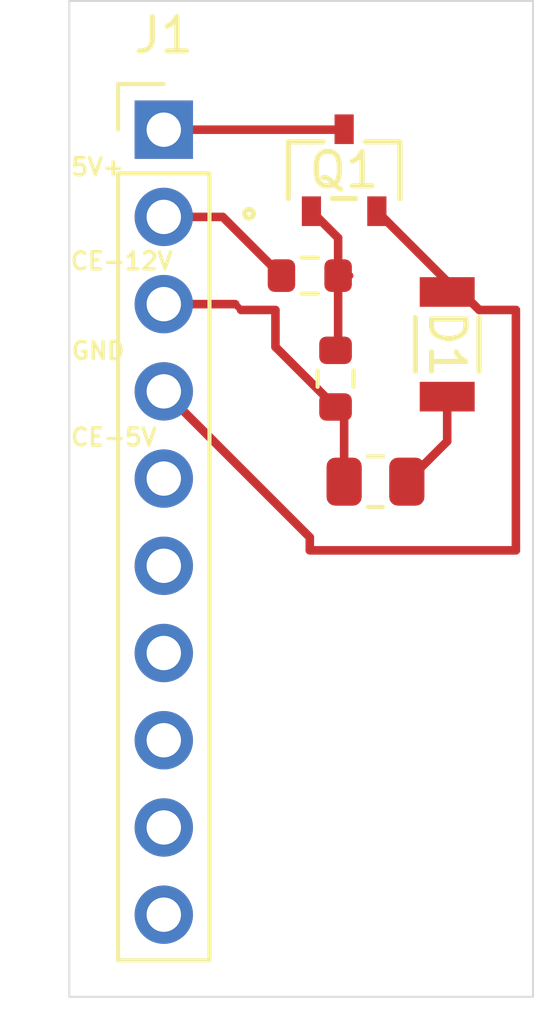
<source format=kicad_pcb>
(kicad_pcb (version 20240108) (generator "pcbnew") (generator_version "8.0")
  (layers (0 "F.Cu" signal) (31 "B.Cu" signal) (34 "B.Paste" user) (35 "F.Paste" user) (36 "B.SilkS" user "B.Silkscreen") (37 "F.SilkS" user "F.Silkscreen") (38 "B.Mask" user) (39 "F.Mask" user) (44 "Edge.Cuts" user))
  (net 0 "")
  (net 7 "5v+")
  (net 8 "VCU-Throttle-Latching")
  (net 9 "VCUChargeEnable12V")
  (net 10 "VCUChargeEnable5V")
  (net 11 "From-Safety-Loop-2")
  (net 12 "uuhh")
  (net 13 "GND")
  (net 14 "From-Safety-Loop")
  (footprint "Connector_PinHeader_2.54mm:PinHeader_1x10_P2.54mm_Vertical" (layer "F.Cu") (at 26.75 21.75)
    (property "Reference" "J1" (at 0 -2.75 0) (layer "F.SilkS"))
    (property "Value" "PH1-10-UA")
    (fp_line (start -1.33 -1.33) (end 0 -1.33) (stroke (width 0.12)) (layer "F.SilkS"))
    (fp_line (start -1.33 0) (end -1.33 -1.33) (stroke (width 0.12)) (layer "F.SilkS"))
    (fp_line (start -1.33 1.27) (end -1.33 24.19) (stroke (width 0.12)) (layer "F.SilkS"))
    (fp_line (start -1.33 1.27) (end 1.33 1.27) (stroke (width 0.12)) (layer "F.SilkS"))
    (fp_line (start -1.33 24.19) (end 1.33 24.19) (stroke (width 0.12)) (layer "F.SilkS"))
    (fp_line (start 1.33 1.27) (end 1.33 24.19) (stroke (width 0.12)) (layer "F.SilkS"))
    (pad "1" thru_hole rect (at 0 0) (size 1.7 1.7) (drill 1) (layers "*.Cu" "*.Mask") (net 7 "5v+"))
    (pad "2" thru_hole oval (at 0 2.54) (size 1.7 1.7) (drill 1) (layers "*.Cu" "*.Mask") (net 9 "VCUChargeEnable12V"))
    (pad "3" thru_hole oval (at 0 5.08) (size 1.7 1.7) (drill 1) (layers "*.Cu" "*.Mask") (net 13 "GND"))
    (pad "4" thru_hole oval (at 0 7.62) (size 1.7 1.7) (drill 1) (layers "*.Cu" "*.Mask") (net 10 "VCUChargeEnable5V"))
    (pad "5" thru_hole oval (at 0 10.16) (size 1.7 1.7) (drill 1) (layers "*.Cu" "*.Mask"))
    (pad "6" thru_hole oval (at 0 12.7) (size 1.7 1.7) (drill 1) (layers "*.Cu" "*.Mask"))
    (pad "7" thru_hole oval (at 0 15.24) (size 1.7 1.7) (drill 1) (layers "*.Cu" "*.Mask"))
    (pad "8" thru_hole oval (at 0 17.78) (size 1.7 1.7) (drill 1) (layers "*.Cu" "*.Mask"))
    (pad "9" thru_hole oval (at 0 20.32) (size 1.7 1.7) (drill 1) (layers "*.Cu" "*.Mask"))
    (pad "10" thru_hole oval (at 0 22.86) (size 1.7 1.7) (drill 1) (layers "*.Cu" "*.Mask"))
  )
  (footprint "Resistor_SMD:R_0603_1608Metric" (layer "F.Cu") (at 31 26)
    (property "Reference" "R2" (hide yes))
    (property "Value" "10k")
    (fp_line (start -0.237258 -0.5225) (end 0.237258 -0.5225) (stroke (width 0.12)) (layer "F.SilkS"))
    (fp_line (start -0.237258 0.5225) (end 0.237258 0.5225) (stroke (width 0.12)) (layer "F.SilkS"))
    (pad "1" smd roundrect (at -0.825 0) (size 0.8 0.95) (layers "F.Cu" "F.Paste" "F.Mask") (net 14 "From-Safety-Loop"))
    (pad "2" smd roundrect (at 0.825 0) (size 0.8 0.95) (layers "F.Cu" "F.Paste" "F.Mask") (net 11 "From-Safety-Loop-2"))
  )
  (footprint "LED:LED_AP3216SYD_KNB" (layer "F.Cu") (at 35 28 -90)
    (property "Reference" "D1" (at 0 0 -90) (layer "F.SilkS"))
    (property "Value" "LED (Test)")
    (fp_line (start -0.78465 0.9271) (end 0.78465 0.9271) (stroke (width 0.1524)) (layer "F.SilkS"))
    (fp_line (start 0.78465 -0.9271) (end -0.78465 -0.9271) (stroke (width 0.1524)) (layer "F.SilkS"))
    (pad "1" smd rect (at -1.524 0 270) (size 0.8636 1.6002) (layers "F.Cu" "F.Paste" "F.Mask") (net 8 "VCU-Throttle-Latching"))
    (pad "2" smd rect (at 1.524 0 270) (size 0.8636 1.6002) (layers "F.Cu" "F.Paste" "F.Mask") (net 12 "uuhh"))
  )
  (footprint "Resistor_SMD:R_0805_2012Metric" (layer "F.Cu") (at 32.9125 32)
    (property "Reference" "R1" (hide yes))
    (property "Value" "150R")
    (fp_line (start -0.227064 -0.735) (end 0.227064 -0.735) (stroke (width 0.12)) (layer "F.SilkS"))
    (fp_line (start -0.227064 0.735) (end 0.227064 0.735) (stroke (width 0.12)) (layer "F.SilkS"))
    (pad "1" smd roundrect (at -0.9125 0) (size 1.025 1.4) (layers "F.Cu" "F.Paste" "F.Mask") (roundrect_rratio 0.243902) (net 13 "GND"))
    (pad "2" smd roundrect (at 0.9125 0) (size 1.025 1.4) (layers "F.Cu" "F.Paste" "F.Mask") (roundrect_rratio 0.243902) (net 12 "uuhh"))
  )
  (footprint "SOC:SOT23_INF" (layer "F.Cu") (at 32 22.93)
    (property "Reference" "Q1" (at 0 0 0) (layer "F.SilkS"))
    (property "Value" "AON6411")
    (fp_line (start -1.6256 -0.8255) (end -1.6256 0.8255) (stroke (width 0.1524)) (layer "F.SilkS"))
    (fp_line (start -0.61214 -0.8255) (end -1.6256 -0.8255) (stroke (width 0.1524)) (layer "F.SilkS"))
    (fp_line (start -0.34036 0.8255) (end 0.34036 0.8255) (stroke (width 0.1524)) (layer "F.SilkS"))
    (fp_line (start 1.6256 -0.8255) (end 0.61214 -0.8255) (stroke (width 0.1524)) (layer "F.SilkS"))
    (fp_line (start 1.6256 0.8255) (end 1.6256 -0.8255) (stroke (width 0.1524)) (layer "F.SilkS"))
    (fp_circle (center -2.7686 1.27) (end -2.6416 1.27) (stroke (width 0.1524)) (fill none) (layer "F.SilkS"))
    (pad "1" smd rect (at -0.9525 1.1938) (size 0.5588 0.8636) (layers "F.Cu" "F.Paste" "F.Mask") (net 11 "From-Safety-Loop-2"))
    (pad "2" smd rect (at 0.9525 1.1938) (size 0.5588 0.8636) (layers "F.Cu" "F.Paste" "F.Mask") (net 8 "VCU-Throttle-Latching"))
    (pad "3" smd rect (at 0 -1.1938) (size 0.5588 0.8636) (layers "F.Cu" "F.Paste" "F.Mask") (net 7 "5v+"))
  )
  (footprint "Resistor_SMD:R_0603_1608Metric" (layer "F.Cu") (at 31.75 29 90)
    (property "Reference" "R3" (hide yes))
    (property "Value" "10k")
    (fp_line (start -0.237258 -0.5225) (end 0.237258 -0.5225) (stroke (width 0.12)) (layer "F.SilkS"))
    (fp_line (start -0.237258 0.5225) (end 0.237258 0.5225) (stroke (width 0.12)) (layer "F.SilkS"))
    (pad "1" smd roundrect (at -0.825 0 90) (size 0.8 0.95) (layers "F.Cu" "F.Paste" "F.Mask") (net 13 "GND"))
    (pad "2" smd roundrect (at 0.825 0 90) (size 0.8 0.95) (layers "F.Cu" "F.Paste" "F.Mask") (net 11 "From-Safety-Loop-2"))
  )
  (gr_rect (start 24 18) (end 37.5 47) (stroke (width 0.054)) (fill none) (layer "Edge.Cuts"))
  (gr_text "GND\n" (at 24.01 28.48 0) (layer "F.SilkS") (effects (font (size 0.5 0.5) (thickness 0.1)) (justify left bottom)))
  (gr_text "CE-12V" (at 23.98 25.87 0) (layer "F.SilkS") (effects (font (size 0.5 0.5) (thickness 0.1)) (justify left bottom)))
  (gr_text "5V+" (at 24 23.13 0) (layer "F.SilkS") (effects (font (size 0.5 0.5) (thickness 0.1)) (justify left bottom)))
  (gr_text "CE-5V" (at 23.99 31 0) (layer "F.SilkS") (effects (font (size 0.5 0.5) (thickness 0.1)) (justify left bottom)))
  (segment (start 31.9862 21.75) (end 32 21.7362) (width 0.2) (layer "F.Cu") (net 7))
  (segment (start 26.7638 21.7362) (end 26.75 21.75) (width 0.2) (layer "F.Cu") (net 7))
  (segment (start 26.75 21.75) (end 31.9862 21.75) (width 0.25) (layer "F.Cu") (net 7))
  (segment (start 31 33.62) (end 26.75 29.37) (width 0.25) (layer "F.Cu") (net 8))
  (segment (start 35 26.476) (end 35.408122 26.476) (width 0.2) (layer "F.Cu") (net 8))
  (segment (start 31 34) (end 31 33.62) (width 0.25) (layer "F.Cu") (net 8))
  (segment (start 32.9525 24.1238) (end 35 26.1713) (width 0.25) (layer "F.Cu") (net 8))
  (segment (start 35.408122 26.476) (end 35.932122 27) (width 0.25) (layer "F.Cu") (net 8))
  (segment (start 35 26.1713) (end 35 26.476) (width 0.2) (layer "F.Cu") (net 8))
  (segment (start 37 27) (end 37 34) (width 0.25) (layer "F.Cu") (net 8))
  (segment (start 37 34) (end 31 34) (width 0.25) (layer "F.Cu") (net 8))
  (segment (start 35.932122 27) (end 37 27) (width 0.25) (layer "F.Cu") (net 8))
  (segment (start 31.825 24.9013) (end 31.0475 24.1238) (width 0.25) (layer "F.Cu") (net 11))
  (segment (start 31.825 28.1) (end 31.75 28.175) (width 0.2) (layer "F.Cu") (net 11))
  (segment (start 31.825 26) (end 31.825 24.9013) (width 0.25) (layer "F.Cu") (net 11))
  (segment (start 31.825 26) (end 31.825 28.1) (width 0.25) (layer "F.Cu") (net 11))
  (segment (start 31.825 26) (end 32.1713 26) (width 0.2) (layer "F.Cu") (net 11))
  (segment (start 35 29.524) (end 35 30.825) (width 0.25) (layer "F.Cu") (net 12))
  (segment (start 35 30.825) (end 33.825 32) (width 0.25) (layer "F.Cu") (net 12))
  (segment (start 34 31.825) (end 34.175 32) (width 0.2) (layer "F.Cu") (net 12))
  (segment (start 31.75 29.825) (end 30 28.075) (width 0.25) (layer "F.Cu") (net 13))
  (segment (start 32 32) (end 32 30.075) (width 0.25) (layer "F.Cu") (net 13))
  (segment (start 32 30.075) (end 31.75 29.825) (width 0.2) (layer "F.Cu") (net 13))
  (segment (start 30 27) (end 29 27) (width 0.25) (layer "F.Cu") (net 13))
  (segment (start 28.83 26.83) (end 26.75 26.83) (width 0.25) (layer "F.Cu") (net 13))
  (segment (start 30 28.075) (end 30 27) (width 0.25) (layer "F.Cu") (net 13))
  (segment (start 29 27) (end 28.83 26.83) (width 0.2) (layer "F.Cu") (net 13))
  (segment (start 28.465 24.29) (end 30.175 26) (width 0.25) (layer "F.Cu") (net 14))
  (segment (start 26.75 24.29) (end 28.465 24.29) (width 0.25) (layer "F.Cu") (net 14))
)
</source>
